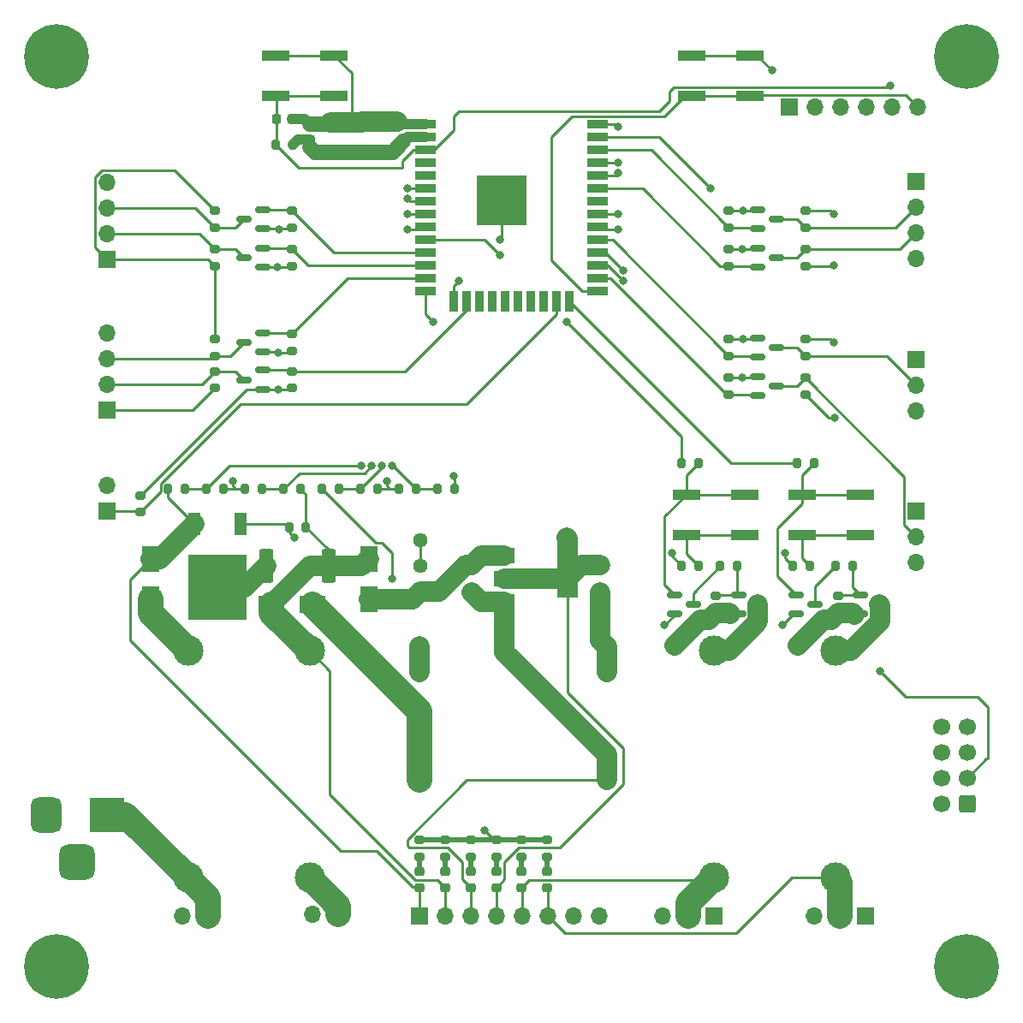
<source format=gtl>
G04 #@! TF.GenerationSoftware,KiCad,Pcbnew,6.0.7-f9a2dced07~116~ubuntu22.04.1*
G04 #@! TF.CreationDate,2022-09-08T14:06:49+01:00*
G04 #@! TF.ProjectId,rLab_Door,724c6162-5f44-46f6-9f72-2e6b69636164,rev?*
G04 #@! TF.SameCoordinates,Original*
G04 #@! TF.FileFunction,Copper,L1,Top*
G04 #@! TF.FilePolarity,Positive*
%FSLAX46Y46*%
G04 Gerber Fmt 4.6, Leading zero omitted, Abs format (unit mm)*
G04 Created by KiCad (PCBNEW 6.0.7-f9a2dced07~116~ubuntu22.04.1) date 2022-09-08 14:06:49*
%MOMM*%
%LPD*%
G01*
G04 APERTURE LIST*
G04 Aperture macros list*
%AMRoundRect*
0 Rectangle with rounded corners*
0 $1 Rounding radius*
0 $2 $3 $4 $5 $6 $7 $8 $9 X,Y pos of 4 corners*
0 Add a 4 corners polygon primitive as box body*
4,1,4,$2,$3,$4,$5,$6,$7,$8,$9,$2,$3,0*
0 Add four circle primitives for the rounded corners*
1,1,$1+$1,$2,$3*
1,1,$1+$1,$4,$5*
1,1,$1+$1,$6,$7*
1,1,$1+$1,$8,$9*
0 Add four rect primitives between the rounded corners*
20,1,$1+$1,$2,$3,$4,$5,0*
20,1,$1+$1,$4,$5,$6,$7,0*
20,1,$1+$1,$6,$7,$8,$9,0*
20,1,$1+$1,$8,$9,$2,$3,0*%
G04 Aperture macros list end*
G04 #@! TA.AperFunction,SMDPad,CuDef*
%ADD10RoundRect,0.200000X-0.200000X-0.275000X0.200000X-0.275000X0.200000X0.275000X-0.200000X0.275000X0*%
G04 #@! TD*
G04 #@! TA.AperFunction,ComponentPad*
%ADD11C,3.000000*%
G04 #@! TD*
G04 #@! TA.AperFunction,SMDPad,CuDef*
%ADD12RoundRect,0.150000X-0.587500X-0.150000X0.587500X-0.150000X0.587500X0.150000X-0.587500X0.150000X0*%
G04 #@! TD*
G04 #@! TA.AperFunction,SMDPad,CuDef*
%ADD13RoundRect,0.200000X-0.275000X0.200000X-0.275000X-0.200000X0.275000X-0.200000X0.275000X0.200000X0*%
G04 #@! TD*
G04 #@! TA.AperFunction,ComponentPad*
%ADD14C,1.440000*%
G04 #@! TD*
G04 #@! TA.AperFunction,SMDPad,CuDef*
%ADD15RoundRect,0.218750X-0.256250X0.218750X-0.256250X-0.218750X0.256250X-0.218750X0.256250X0.218750X0*%
G04 #@! TD*
G04 #@! TA.AperFunction,SMDPad,CuDef*
%ADD16RoundRect,0.200000X0.275000X-0.200000X0.275000X0.200000X-0.275000X0.200000X-0.275000X-0.200000X0*%
G04 #@! TD*
G04 #@! TA.AperFunction,ComponentPad*
%ADD17R,1.700000X1.700000*%
G04 #@! TD*
G04 #@! TA.AperFunction,ComponentPad*
%ADD18O,1.700000X1.700000*%
G04 #@! TD*
G04 #@! TA.AperFunction,SMDPad,CuDef*
%ADD19RoundRect,0.150000X0.587500X0.150000X-0.587500X0.150000X-0.587500X-0.150000X0.587500X-0.150000X0*%
G04 #@! TD*
G04 #@! TA.AperFunction,SMDPad,CuDef*
%ADD20RoundRect,0.250000X0.650000X-0.325000X0.650000X0.325000X-0.650000X0.325000X-0.650000X-0.325000X0*%
G04 #@! TD*
G04 #@! TA.AperFunction,SMDPad,CuDef*
%ADD21R,2.800000X1.000000*%
G04 #@! TD*
G04 #@! TA.AperFunction,ComponentPad*
%ADD22C,0.800000*%
G04 #@! TD*
G04 #@! TA.AperFunction,ComponentPad*
%ADD23C,6.400000*%
G04 #@! TD*
G04 #@! TA.AperFunction,SMDPad,CuDef*
%ADD24RoundRect,0.200000X0.200000X0.275000X-0.200000X0.275000X-0.200000X-0.275000X0.200000X-0.275000X0*%
G04 #@! TD*
G04 #@! TA.AperFunction,SMDPad,CuDef*
%ADD25R,1.800000X2.500000*%
G04 #@! TD*
G04 #@! TA.AperFunction,SMDPad,CuDef*
%ADD26RoundRect,0.250000X0.425000X-0.450000X0.425000X0.450000X-0.425000X0.450000X-0.425000X-0.450000X0*%
G04 #@! TD*
G04 #@! TA.AperFunction,SMDPad,CuDef*
%ADD27RoundRect,0.225000X0.250000X-0.225000X0.250000X0.225000X-0.250000X0.225000X-0.250000X-0.225000X0*%
G04 #@! TD*
G04 #@! TA.AperFunction,SMDPad,CuDef*
%ADD28R,1.200000X2.200000*%
G04 #@! TD*
G04 #@! TA.AperFunction,SMDPad,CuDef*
%ADD29R,5.800000X6.400000*%
G04 #@! TD*
G04 #@! TA.AperFunction,SMDPad,CuDef*
%ADD30R,2.500000X1.800000*%
G04 #@! TD*
G04 #@! TA.AperFunction,SMDPad,CuDef*
%ADD31RoundRect,0.250000X-0.425000X0.450000X-0.425000X-0.450000X0.425000X-0.450000X0.425000X0.450000X0*%
G04 #@! TD*
G04 #@! TA.AperFunction,ComponentPad*
%ADD32C,1.524000*%
G04 #@! TD*
G04 #@! TA.AperFunction,SMDPad,CuDef*
%ADD33R,2.000000X1.500000*%
G04 #@! TD*
G04 #@! TA.AperFunction,SMDPad,CuDef*
%ADD34R,2.000000X3.800000*%
G04 #@! TD*
G04 #@! TA.AperFunction,ComponentPad*
%ADD35R,3.500000X3.500000*%
G04 #@! TD*
G04 #@! TA.AperFunction,ComponentPad*
%ADD36RoundRect,0.750000X-0.750000X-1.000000X0.750000X-1.000000X0.750000X1.000000X-0.750000X1.000000X0*%
G04 #@! TD*
G04 #@! TA.AperFunction,ComponentPad*
%ADD37RoundRect,0.875000X-0.875000X-0.875000X0.875000X-0.875000X0.875000X0.875000X-0.875000X0.875000X0*%
G04 #@! TD*
G04 #@! TA.AperFunction,ComponentPad*
%ADD38RoundRect,0.250000X0.600000X0.600000X-0.600000X0.600000X-0.600000X-0.600000X0.600000X-0.600000X0*%
G04 #@! TD*
G04 #@! TA.AperFunction,ComponentPad*
%ADD39C,1.700000*%
G04 #@! TD*
G04 #@! TA.AperFunction,SMDPad,CuDef*
%ADD40RoundRect,0.249999X-0.450001X-1.425001X0.450001X-1.425001X0.450001X1.425001X-0.450001X1.425001X0*%
G04 #@! TD*
G04 #@! TA.AperFunction,SMDPad,CuDef*
%ADD41R,2.000000X0.900000*%
G04 #@! TD*
G04 #@! TA.AperFunction,SMDPad,CuDef*
%ADD42R,0.900000X2.000000*%
G04 #@! TD*
G04 #@! TA.AperFunction,SMDPad,CuDef*
%ADD43R,5.000000X5.000000*%
G04 #@! TD*
G04 #@! TA.AperFunction,SMDPad,CuDef*
%ADD44RoundRect,0.225000X-0.225000X-0.250000X0.225000X-0.250000X0.225000X0.250000X-0.225000X0.250000X0*%
G04 #@! TD*
G04 #@! TA.AperFunction,ViaPad*
%ADD45C,0.800000*%
G04 #@! TD*
G04 #@! TA.AperFunction,ViaPad*
%ADD46C,1.500000*%
G04 #@! TD*
G04 #@! TA.AperFunction,Conductor*
%ADD47C,0.250000*%
G04 #@! TD*
G04 #@! TA.AperFunction,Conductor*
%ADD48C,2.000000*%
G04 #@! TD*
G04 #@! TA.AperFunction,Conductor*
%ADD49C,0.500000*%
G04 #@! TD*
G04 #@! TA.AperFunction,Conductor*
%ADD50C,1.000000*%
G04 #@! TD*
G04 #@! TA.AperFunction,Conductor*
%ADD51C,1.500000*%
G04 #@! TD*
G04 #@! TA.AperFunction,Conductor*
%ADD52C,2.500000*%
G04 #@! TD*
G04 APERTURE END LIST*
D10*
G04 #@! TO.P,R6,1*
G04 #@! TO.N,ADC_VBATT*
X127445000Y-97790000D03*
G04 #@! TO.P,R6,2*
G04 #@! TO.N,V_BATT*
X129095000Y-97790000D03*
G04 #@! TD*
D11*
G04 #@! TO.P,F3,1*
G04 #@! TO.N,OPEN_1_12*
X170000000Y-136250000D03*
G04 #@! TO.P,F3,2*
G04 #@! TO.N,Net-(F3-Pad2)*
X170000000Y-113750000D03*
G04 #@! TD*
D12*
G04 #@! TO.P,Q1,1,G*
G04 #@! TO.N,+3V3*
X174322500Y-82870000D03*
G04 #@! TO.P,Q1,2,S*
G04 #@! TO.N,NPX_1*
X174322500Y-84770000D03*
G04 #@! TO.P,Q1,3,D*
G04 #@! TO.N,NPX_1_5*
X176197500Y-83820000D03*
G04 #@! TD*
D13*
G04 #@! TO.P,R37,1*
G04 #@! TO.N,+3V3*
X171450000Y-74105000D03*
G04 #@! TO.P,R37,2*
G04 #@! TO.N,SDA_DISP*
X171450000Y-75755000D03*
G04 #@! TD*
D14*
G04 #@! TO.P,RV1,1,1*
G04 #@! TO.N,Net-(R3-Pad2)*
X140970000Y-102860000D03*
G04 #@! TO.P,RV1,2,2*
X140970000Y-105400000D03*
G04 #@! TO.P,RV1,3,3*
G04 #@! TO.N,GND*
X140970000Y-107940000D03*
G04 #@! TD*
D15*
G04 #@! TO.P,D7,1,K*
G04 #@! TO.N,Net-(D7-Pad1)*
X153525844Y-135623629D03*
G04 #@! TO.P,D7,2,A*
G04 #@! TO.N,OPEN_2_12*
X153525844Y-137198629D03*
G04 #@! TD*
D16*
G04 #@! TO.P,R38,1*
G04 #@! TO.N,+5V*
X179070000Y-75755000D03*
G04 #@! TO.P,R38,2*
G04 #@! TO.N,SDA_DISP_5*
X179070000Y-74105000D03*
G04 #@! TD*
G04 #@! TO.P,R1,1*
G04 #@! TO.N,TAMPER*
X113284000Y-100076000D03*
G04 #@! TO.P,R1,2*
G04 #@! TO.N,+3V3*
X113284000Y-98426000D03*
G04 #@! TD*
D17*
G04 #@! TO.P,J11,1,Pin_1*
G04 #@! TO.N,+3V3*
X177460000Y-60000000D03*
D18*
G04 #@! TO.P,J11,2,Pin_2*
G04 #@! TO.N,GND*
X180000000Y-60000000D03*
G04 #@! TO.P,J11,3,Pin_3*
G04 #@! TO.N,TXDO_PROG*
X182540000Y-60000000D03*
G04 #@! TO.P,J11,4,Pin_4*
G04 #@! TO.N,RXDI_PROG*
X185080000Y-60000000D03*
G04 #@! TO.P,J11,5,Pin_5*
G04 #@! TO.N,RESET*
X187620000Y-60000000D03*
G04 #@! TO.P,J11,6,Pin_6*
G04 #@! TO.N,BOOT*
X190160000Y-60000000D03*
G04 #@! TD*
D19*
G04 #@! TO.P,Q9,1,G*
G04 #@! TO.N,+3V3*
X125397500Y-75880000D03*
G04 #@! TO.P,Q9,2,S*
G04 #@! TO.N,RXDI_NFC*
X125397500Y-73980000D03*
G04 #@! TO.P,Q9,3,D*
G04 #@! TO.N,RXDI_NFC_5*
X123522500Y-74930000D03*
G04 #@! TD*
D16*
G04 #@! TO.P,R33,1*
G04 #@! TO.N,+3V3*
X128270000Y-75755000D03*
G04 #@! TO.P,R33,2*
G04 #@! TO.N,RXDI_NFC*
X128270000Y-74105000D03*
G04 #@! TD*
D20*
G04 #@! TO.P,C3,1*
G04 #@! TO.N,+3V3*
X132080000Y-64467000D03*
G04 #@! TO.P,C3,2*
G04 #@! TO.N,GND*
X132080000Y-61517000D03*
G04 #@! TD*
D21*
G04 #@! TO.P,SW1,1,1*
G04 #@! TO.N,GND*
X132440000Y-54896000D03*
X126640000Y-54896000D03*
G04 #@! TO.P,SW1,2,2*
G04 #@! TO.N,RESET*
X132440000Y-58896000D03*
X126640000Y-58896000D03*
G04 #@! TD*
D22*
G04 #@! TO.P,REF\u002A\u002A,1*
G04 #@! TO.N,N/C*
X193302944Y-56697056D03*
X193302944Y-53302944D03*
D23*
X195000000Y-55000000D03*
D22*
X195000000Y-57400000D03*
X195000000Y-52600000D03*
X192600000Y-55000000D03*
X196697056Y-56697056D03*
X197400000Y-55000000D03*
X196697056Y-53302944D03*
G04 #@! TD*
D10*
G04 #@! TO.P,R36,1*
G04 #@! TO.N,OPEN_2*
X178245000Y-95250000D03*
G04 #@! TO.P,R36,2*
G04 #@! TO.N,Net-(Q10-Pad1)*
X179895000Y-95250000D03*
G04 #@! TD*
D17*
G04 #@! TO.P,J13,1,Pin_1*
G04 #@! TO.N,V_IN*
X140840000Y-140000000D03*
D18*
G04 #@! TO.P,J13,2,Pin_2*
G04 #@! TO.N,V_BATT*
X143380000Y-140000000D03*
G04 #@! TO.P,J13,3,Pin_3*
G04 #@! TO.N,+5V*
X145920000Y-140000000D03*
G04 #@! TO.P,J13,4,Pin_4*
G04 #@! TO.N,+3V3*
X148460000Y-140000000D03*
G04 #@! TO.P,J13,5,Pin_5*
G04 #@! TO.N,OPEN_1_12*
X151000000Y-140000000D03*
G04 #@! TO.P,J13,6,Pin_6*
G04 #@! TO.N,OPEN_2_12*
X153540000Y-140000000D03*
G04 #@! TO.P,J13,7,Pin_7*
G04 #@! TO.N,GND*
X156080000Y-140000000D03*
G04 #@! TO.P,J13,8,Pin_8*
X158620000Y-140000000D03*
G04 #@! TD*
D17*
G04 #@! TO.P,J9,1,Pin_1*
G04 #@! TO.N,Net-(F1-Pad2)*
X120000000Y-140000000D03*
D18*
G04 #@! TO.P,J9,2,Pin_2*
G04 #@! TO.N,GND*
X117460000Y-140000000D03*
G04 #@! TD*
D24*
G04 #@! TO.P,R35,1*
G04 #@! TO.N,Net-(Q7-Pad1)*
X183705000Y-105410000D03*
G04 #@! TO.P,R35,2*
G04 #@! TO.N,Net-(Q10-Pad3)*
X182055000Y-105410000D03*
G04 #@! TD*
D17*
G04 #@! TO.P,J1,1,Pin_1*
G04 #@! TO.N,+12V*
X170000000Y-140000000D03*
D18*
G04 #@! TO.P,J1,2,Pin_2*
G04 #@! TO.N,OPEN_1_12*
X167460000Y-140000000D03*
G04 #@! TO.P,J1,3,Pin_3*
G04 #@! TO.N,GND*
X164920000Y-140000000D03*
G04 #@! TD*
D16*
G04 #@! TO.P,R10,1*
G04 #@! TO.N,Net-(D5-Pad1)*
X143384790Y-134175000D03*
G04 #@! TO.P,R10,2*
G04 #@! TO.N,GND*
X143384790Y-132525000D03*
G04 #@! TD*
D24*
G04 #@! TO.P,R3,1*
G04 #@! TO.N,V_BATT*
X129635000Y-101600000D03*
G04 #@! TO.P,R3,2*
G04 #@! TO.N,Net-(R3-Pad2)*
X127985000Y-101600000D03*
G04 #@! TD*
D12*
G04 #@! TO.P,Q11,1,G*
G04 #@! TO.N,+3V3*
X174322500Y-73980000D03*
G04 #@! TO.P,Q11,2,S*
G04 #@! TO.N,SDA_DISP*
X174322500Y-75880000D03*
G04 #@! TO.P,Q11,3,D*
G04 #@! TO.N,SDA_DISP_5*
X176197500Y-74930000D03*
G04 #@! TD*
D16*
G04 #@! TO.P,R34,1*
G04 #@! TO.N,+5V*
X120650000Y-75755000D03*
G04 #@! TO.P,R34,2*
G04 #@! TO.N,RXDI_NFC_5*
X120650000Y-74105000D03*
G04 #@! TD*
D15*
G04 #@! TO.P,D4,1,K*
G04 #@! TO.N,Net-(D4-Pad1)*
X140849527Y-135623629D03*
G04 #@! TO.P,D4,2,A*
G04 #@! TO.N,V_IN*
X140849527Y-137198629D03*
G04 #@! TD*
D25*
G04 #@! TO.P,D1,1,K*
G04 #@! TO.N,V_IN*
X114300000Y-104680000D03*
G04 #@! TO.P,D1,2,A*
G04 #@! TO.N,Net-(D1-Pad2)*
X114300000Y-108680000D03*
G04 #@! TD*
D26*
G04 #@! TO.P,C1,1*
G04 #@! TO.N,+5V*
X146050000Y-108030000D03*
G04 #@! TO.P,C1,2*
G04 #@! TO.N,GND*
X146050000Y-105330000D03*
G04 #@! TD*
D19*
G04 #@! TO.P,Q8,1,G*
G04 #@! TO.N,+3V3*
X125397500Y-72070000D03*
G04 #@! TO.P,Q8,2,S*
G04 #@! TO.N,TXDO_NFC*
X125397500Y-70170000D03*
G04 #@! TO.P,Q8,3,D*
G04 #@! TO.N,TXDO_NFC_5*
X123522500Y-71120000D03*
G04 #@! TD*
D11*
G04 #@! TO.P,F1,1*
G04 #@! TO.N,Net-(D1-Pad2)*
X118000000Y-113750000D03*
G04 #@! TO.P,F1,2*
G04 #@! TO.N,Net-(F1-Pad2)*
X118000000Y-136250000D03*
G04 #@! TD*
D24*
G04 #@! TO.P,R5,1*
G04 #@! TO.N,ADC_VIN*
X117665000Y-97790000D03*
G04 #@! TO.P,R5,2*
G04 #@! TO.N,V_IN*
X116015000Y-97790000D03*
G04 #@! TD*
D27*
G04 #@! TO.P,C4,1*
G04 #@! TO.N,+3V3*
X130048000Y-63259000D03*
G04 #@! TO.P,C4,2*
G04 #@! TO.N,GND*
X130048000Y-61709000D03*
G04 #@! TD*
D10*
G04 #@! TO.P,R25,1*
G04 #@! TO.N,OPEN_1*
X166815000Y-95250000D03*
G04 #@! TO.P,R25,2*
G04 #@! TO.N,Net-(Q4-Pad1)*
X168465000Y-95250000D03*
G04 #@! TD*
D28*
G04 #@! TO.P,U2,1,ADJ*
G04 #@! TO.N,Net-(R3-Pad2)*
X123185000Y-101245000D03*
D29*
G04 #@! TO.P,U2,2,VO*
G04 #@! TO.N,Net-(R2-Pad1)*
X120905000Y-107545000D03*
D28*
G04 #@! TO.P,U2,3,VI*
G04 #@! TO.N,V_IN*
X118625000Y-101245000D03*
G04 #@! TD*
D13*
G04 #@! TO.P,R32,1*
G04 #@! TO.N,+5V*
X120650000Y-70295000D03*
G04 #@! TO.P,R32,2*
G04 #@! TO.N,TXDO_NFC_5*
X120650000Y-71945000D03*
G04 #@! TD*
D16*
G04 #@! TO.P,R30,1*
G04 #@! TO.N,+12V*
X182245000Y-110045000D03*
G04 #@! TO.P,R30,2*
G04 #@! TO.N,Net-(Q7-Pad1)*
X182245000Y-108395000D03*
G04 #@! TD*
D13*
G04 #@! TO.P,R39,1*
G04 #@! TO.N,+3V3*
X171450000Y-70295000D03*
G04 #@! TO.P,R39,2*
G04 #@! TO.N,SCL_DISP*
X171450000Y-71945000D03*
G04 #@! TD*
D10*
G04 #@! TO.P,R15,1*
G04 #@! TO.N,ADC_V5*
X135065000Y-97790000D03*
G04 #@! TO.P,R15,2*
G04 #@! TO.N,GND*
X136715000Y-97790000D03*
G04 #@! TD*
D30*
G04 #@! TO.P,D2,1,K*
G04 #@! TO.N,+12V*
X130270000Y-109220000D03*
G04 #@! TO.P,D2,2,A*
G04 #@! TO.N,V_BATT*
X126270000Y-109220000D03*
G04 #@! TD*
D22*
G04 #@! TO.P,REF\u002A\u002A,1*
G04 #@! TO.N,N/C*
X103302944Y-56697056D03*
X106697056Y-56697056D03*
X102600000Y-55000000D03*
D23*
X105000000Y-55000000D03*
D22*
X105000000Y-57400000D03*
X103302944Y-53302944D03*
X107400000Y-55000000D03*
X106697056Y-53302944D03*
X105000000Y-52600000D03*
G04 #@! TD*
D17*
G04 #@! TO.P,J3,1,Pin_1*
G04 #@! TO.N,+5V*
X190000000Y-85000000D03*
D18*
G04 #@! TO.P,J3,2,Pin_2*
G04 #@! TO.N,NPX_1_5*
X190000000Y-87540000D03*
G04 #@! TO.P,J3,3,Pin_3*
G04 #@! TO.N,GND*
X190000000Y-90080000D03*
G04 #@! TD*
D16*
G04 #@! TO.P,R31,1*
G04 #@! TO.N,+3V3*
X128270000Y-71945000D03*
G04 #@! TO.P,R31,2*
G04 #@! TO.N,TXDO_NFC*
X128270000Y-70295000D03*
G04 #@! TD*
D10*
G04 #@! TO.P,R4,1*
G04 #@! TO.N,RESET*
X126683000Y-63754000D03*
G04 #@! TO.P,R4,2*
G04 #@! TO.N,+3V3*
X128333000Y-63754000D03*
G04 #@! TD*
D19*
G04 #@! TO.P,Q6,1,G*
G04 #@! TO.N,+3V3*
X125397500Y-87945000D03*
G04 #@! TO.P,Q6,2,S*
G04 #@! TO.N,WG_D1*
X125397500Y-86045000D03*
G04 #@! TO.P,Q6,3,D*
G04 #@! TO.N,WG_D1_5*
X123522500Y-86995000D03*
G04 #@! TD*
D21*
G04 #@! TO.P,SW2,1,1*
G04 #@! TO.N,GND*
X173588000Y-54896000D03*
X167788000Y-54896000D03*
G04 #@! TO.P,SW2,2,2*
G04 #@! TO.N,BOOT*
X173588000Y-58896000D03*
X167788000Y-58896000D03*
G04 #@! TD*
D15*
G04 #@! TO.P,D8,1,K*
G04 #@! TO.N,Net-(D8-Pad1)*
X145920053Y-135623629D03*
G04 #@! TO.P,D8,2,A*
G04 #@! TO.N,+5V*
X145920053Y-137198629D03*
G04 #@! TD*
D13*
G04 #@! TO.P,R27,1*
G04 #@! TO.N,+5V*
X120650000Y-82995000D03*
G04 #@! TO.P,R27,2*
G04 #@! TO.N,WG_D0_5*
X120650000Y-84645000D03*
G04 #@! TD*
D17*
G04 #@! TO.P,J5,1,Pin_1*
G04 #@! TO.N,+5V*
X110000000Y-90000000D03*
D18*
G04 #@! TO.P,J5,2,Pin_2*
G04 #@! TO.N,WG_D1_5*
X110000000Y-87460000D03*
G04 #@! TO.P,J5,3,Pin_3*
G04 #@! TO.N,WG_D0_5*
X110000000Y-84920000D03*
G04 #@! TO.P,J5,4,Pin_4*
G04 #@! TO.N,GND*
X110000000Y-82380000D03*
G04 #@! TD*
D11*
G04 #@! TO.P,F4,1*
G04 #@! TO.N,OPEN_2_12*
X182000000Y-136250000D03*
G04 #@! TO.P,F4,2*
G04 #@! TO.N,Net-(F4-Pad2)*
X182000000Y-113750000D03*
G04 #@! TD*
D12*
G04 #@! TO.P,Q10,1,B*
G04 #@! TO.N,Net-(Q10-Pad1)*
X178132500Y-108270000D03*
G04 #@! TO.P,Q10,2,E*
G04 #@! TO.N,GND*
X178132500Y-110170000D03*
G04 #@! TO.P,Q10,3,C*
G04 #@! TO.N,Net-(Q10-Pad3)*
X180007500Y-109220000D03*
G04 #@! TD*
D15*
G04 #@! TO.P,D5,1,K*
G04 #@! TO.N,Net-(D5-Pad1)*
X143384790Y-135623629D03*
G04 #@! TO.P,D5,2,A*
G04 #@! TO.N,V_BATT*
X143384790Y-137198629D03*
G04 #@! TD*
D16*
G04 #@! TO.P,R19,1*
G04 #@! TO.N,+12V*
X170180000Y-110045000D03*
G04 #@! TO.P,R19,2*
G04 #@! TO.N,Net-(Q3-Pad1)*
X170180000Y-108395000D03*
G04 #@! TD*
D10*
G04 #@! TO.P,R7,1*
G04 #@! TO.N,ADC_VIN*
X119825000Y-97790000D03*
G04 #@! TO.P,R7,2*
G04 #@! TO.N,GND*
X121475000Y-97790000D03*
G04 #@! TD*
D25*
G04 #@! TO.P,D3,1,K*
G04 #@! TO.N,V_BATT*
X135890000Y-104680000D03*
G04 #@! TO.P,D3,2,A*
G04 #@! TO.N,GND*
X135890000Y-108680000D03*
G04 #@! TD*
D11*
G04 #@! TO.P,F2,1*
G04 #@! TO.N,V_BATT*
X130000000Y-113750000D03*
G04 #@! TO.P,F2,2*
G04 #@! TO.N,Net-(F2-Pad2)*
X130000000Y-136250000D03*
G04 #@! TD*
D24*
G04 #@! TO.P,R41,1*
G04 #@! TO.N,Net-(R41-Pad1)*
X168465000Y-105410000D03*
G04 #@! TO.P,R41,2*
G04 #@! TO.N,+3V3*
X166815000Y-105410000D03*
G04 #@! TD*
D12*
G04 #@! TO.P,Q7,1,G*
G04 #@! TO.N,Net-(Q7-Pad1)*
X184482500Y-108270000D03*
G04 #@! TO.P,Q7,2,S*
G04 #@! TO.N,+12V*
X184482500Y-110170000D03*
G04 #@! TO.P,Q7,3,D*
G04 #@! TO.N,Net-(F4-Pad2)*
X186357500Y-109220000D03*
G04 #@! TD*
G04 #@! TO.P,Q4,1,B*
G04 #@! TO.N,Net-(Q4-Pad1)*
X166067500Y-108270000D03*
G04 #@! TO.P,Q4,2,E*
G04 #@! TO.N,GND*
X166067500Y-110170000D03*
G04 #@! TO.P,Q4,3,C*
G04 #@! TO.N,Net-(Q4-Pad3)*
X167942500Y-109220000D03*
G04 #@! TD*
D31*
G04 #@! TO.P,C2,1*
G04 #@! TO.N,+3V3*
X158750000Y-105330000D03*
G04 #@! TO.P,C2,2*
G04 #@! TO.N,GND*
X158750000Y-108030000D03*
G04 #@! TD*
D16*
G04 #@! TO.P,R29,1*
G04 #@! TO.N,+5V*
X120650000Y-87820000D03*
G04 #@! TO.P,R29,2*
G04 #@! TO.N,WG_D1_5*
X120650000Y-86170000D03*
G04 #@! TD*
D17*
G04 #@! TO.P,J8,1,Pin_1*
G04 #@! TO.N,TAMPER*
X110000000Y-100000000D03*
D18*
G04 #@! TO.P,J8,2,Pin_2*
G04 #@! TO.N,GND*
X110000000Y-97460000D03*
G04 #@! TD*
D24*
G04 #@! TO.P,R24,1*
G04 #@! TO.N,Net-(Q3-Pad1)*
X172275000Y-105410000D03*
G04 #@! TO.P,R24,2*
G04 #@! TO.N,Net-(Q4-Pad3)*
X170625000Y-105410000D03*
G04 #@! TD*
D17*
G04 #@! TO.P,J7,1,Pin_1*
G04 #@! TO.N,+5V*
X190000000Y-67380000D03*
D18*
G04 #@! TO.P,J7,2,Pin_2*
G04 #@! TO.N,SCL_DISP_5*
X190000000Y-69920000D03*
G04 #@! TO.P,J7,3,Pin_3*
G04 #@! TO.N,SDA_DISP_5*
X190000000Y-72460000D03*
G04 #@! TO.P,J7,4,Pin_4*
G04 #@! TO.N,GND*
X190000000Y-75000000D03*
G04 #@! TD*
D17*
G04 #@! TO.P,J2,1,Pin_1*
G04 #@! TO.N,+12V*
X185000000Y-140000000D03*
D18*
G04 #@! TO.P,J2,2,Pin_2*
G04 #@! TO.N,OPEN_2_12*
X182460000Y-140000000D03*
G04 #@! TO.P,J2,3,Pin_3*
G04 #@! TO.N,GND*
X179920000Y-140000000D03*
G04 #@! TD*
D32*
G04 #@! TO.P,U1,1,IN+*
G04 #@! TO.N,+12V*
X140856000Y-124064000D03*
X140856000Y-126604000D03*
G04 #@! TO.P,U1,2,IN-*
G04 #@! TO.N,GND*
X140856000Y-115936000D03*
X140856000Y-113396000D03*
G04 #@! TO.P,U1,3,OUT+*
G04 #@! TO.N,+5V*
X159398000Y-126604000D03*
X159398000Y-124064000D03*
G04 #@! TO.P,U1,4,OUT-*
G04 #@! TO.N,GND*
X159398000Y-113396000D03*
X159398000Y-115936000D03*
G04 #@! TD*
D13*
G04 #@! TO.P,R20,1*
G04 #@! TO.N,+3V3*
X171450000Y-82995000D03*
G04 #@! TO.P,R20,2*
G04 #@! TO.N,NPX_1*
X171450000Y-84645000D03*
G04 #@! TD*
D17*
G04 #@! TO.P,J6,1,Pin_1*
G04 #@! TO.N,+5V*
X110000000Y-75080000D03*
D18*
G04 #@! TO.P,J6,2,Pin_2*
G04 #@! TO.N,RXDI_NFC_5*
X110000000Y-72540000D03*
G04 #@! TO.P,J6,3,Pin_3*
G04 #@! TO.N,TXDO_NFC_5*
X110000000Y-70000000D03*
G04 #@! TO.P,J6,4,Pin_4*
G04 #@! TO.N,GND*
X110000000Y-67460000D03*
G04 #@! TD*
D33*
G04 #@! TO.P,U3,1,GND*
G04 #@! TO.N,GND*
X149250000Y-104380000D03*
G04 #@! TO.P,U3,2,VO*
G04 #@! TO.N,+3V3*
X149250000Y-106680000D03*
D34*
X155550000Y-106680000D03*
D33*
G04 #@! TO.P,U3,3,VI*
G04 #@! TO.N,+5V*
X149250000Y-108980000D03*
G04 #@! TD*
D16*
G04 #@! TO.P,R12,1*
G04 #@! TO.N,Net-(D7-Pad1)*
X153525844Y-134175000D03*
G04 #@! TO.P,R12,2*
G04 #@! TO.N,GND*
X153525844Y-132525000D03*
G04 #@! TD*
D24*
G04 #@! TO.P,R9,1*
G04 #@! TO.N,ADC_VBATT*
X125285000Y-97790000D03*
G04 #@! TO.P,R9,2*
G04 #@! TO.N,GND*
X123635000Y-97790000D03*
G04 #@! TD*
D19*
G04 #@! TO.P,Q5,1,G*
G04 #@! TO.N,+3V3*
X125397500Y-84262000D03*
G04 #@! TO.P,Q5,2,S*
G04 #@! TO.N,WG_D0*
X125397500Y-82362000D03*
G04 #@! TO.P,Q5,3,D*
G04 #@! TO.N,WG_D0_5*
X123522500Y-83312000D03*
G04 #@! TD*
D13*
G04 #@! TO.P,R40,1*
G04 #@! TO.N,+5V*
X179070000Y-70295000D03*
G04 #@! TO.P,R40,2*
G04 #@! TO.N,SCL_DISP_5*
X179070000Y-71945000D03*
G04 #@! TD*
D22*
G04 #@! TO.P,REF\u002A\u002A,1*
G04 #@! TO.N,N/C*
X195000000Y-142600000D03*
X192600000Y-145000000D03*
X193302944Y-146697056D03*
X196697056Y-146697056D03*
X197400000Y-145000000D03*
X195000000Y-147400000D03*
X196697056Y-143302944D03*
D23*
X195000000Y-145000000D03*
D22*
X193302944Y-143302944D03*
G04 #@! TD*
D12*
G04 #@! TO.P,Q3,1,G*
G04 #@! TO.N,Net-(Q3-Pad1)*
X172417500Y-108270000D03*
G04 #@! TO.P,Q3,2,S*
G04 #@! TO.N,+12V*
X172417500Y-110170000D03*
G04 #@! TO.P,Q3,3,D*
G04 #@! TO.N,Net-(F3-Pad2)*
X174292500Y-109220000D03*
G04 #@! TD*
D35*
G04 #@! TO.P,J14,1*
G04 #@! TO.N,Net-(F1-Pad2)*
X110000000Y-130000000D03*
D36*
G04 #@! TO.P,J14,2*
G04 #@! TO.N,GND*
X104000000Y-130000000D03*
D37*
G04 #@! TO.P,J14,3*
G04 #@! TO.N,N/C*
X107000000Y-134700000D03*
G04 #@! TD*
D16*
G04 #@! TO.P,R26,1*
G04 #@! TO.N,+3V3*
X128270000Y-84137000D03*
G04 #@! TO.P,R26,2*
G04 #@! TO.N,WG_D0*
X128270000Y-82487000D03*
G04 #@! TD*
D17*
G04 #@! TO.P,J4,1,Pin_1*
G04 #@! TO.N,+5V*
X190000000Y-100000000D03*
D18*
G04 #@! TO.P,J4,2,Pin_2*
G04 #@! TO.N,NPX_2_5*
X190000000Y-102540000D03*
G04 #@! TO.P,J4,3,Pin_3*
G04 #@! TO.N,GND*
X190000000Y-105080000D03*
G04 #@! TD*
D15*
G04 #@! TO.P,D9,1,K*
G04 #@! TO.N,Net-(D9-Pad1)*
X148455316Y-135623629D03*
G04 #@! TO.P,D9,2,A*
G04 #@! TO.N,+3V3*
X148455316Y-137198629D03*
G04 #@! TD*
D16*
G04 #@! TO.P,R8,1*
G04 #@! TO.N,Net-(D4-Pad1)*
X140849527Y-134175000D03*
G04 #@! TO.P,R8,2*
G04 #@! TO.N,GND*
X140849527Y-132525000D03*
G04 #@! TD*
G04 #@! TO.P,R28,1*
G04 #@! TO.N,+3V3*
X128270000Y-87820000D03*
G04 #@! TO.P,R28,2*
G04 #@! TO.N,WG_D1*
X128270000Y-86170000D03*
G04 #@! TD*
D10*
G04 #@! TO.P,R14,1*
G04 #@! TO.N,ADC_V3*
X142685000Y-97790000D03*
G04 #@! TO.P,R14,2*
G04 #@! TO.N,+3V3*
X144335000Y-97790000D03*
G04 #@! TD*
D16*
G04 #@! TO.P,R16,1*
G04 #@! TO.N,Net-(D8-Pad1)*
X145920053Y-134175000D03*
G04 #@! TO.P,R16,2*
G04 #@! TO.N,GND*
X145920053Y-132525000D03*
G04 #@! TD*
D24*
G04 #@! TO.P,R42,1*
G04 #@! TO.N,Net-(R42-Pad1)*
X179450000Y-105410000D03*
G04 #@! TO.P,R42,2*
G04 #@! TO.N,+3V3*
X177800000Y-105410000D03*
G04 #@! TD*
D38*
G04 #@! TO.P,J12,1,Pin_1*
G04 #@! TO.N,GND*
X195062500Y-128905000D03*
D39*
G04 #@! TO.P,J12,2,Pin_2*
G04 #@! TO.N,+5V*
X192522500Y-128905000D03*
G04 #@! TO.P,J12,3,Pin_3*
G04 #@! TO.N,PI_POWERED*
X195062500Y-126365000D03*
G04 #@! TO.P,J12,4,Pin_4*
G04 #@! TO.N,PI_HEARTBEAT*
X192522500Y-126365000D03*
G04 #@! TO.P,J12,5,Pin_5*
G04 #@! TO.N,PI_OPEN_CMD_1*
X195062500Y-123825000D03*
G04 #@! TO.P,J12,6,Pin_6*
G04 #@! TO.N,PI_OPEN_CMD_2*
X192522500Y-123825000D03*
G04 #@! TO.P,J12,7,Pin_7*
G04 #@! TO.N,RXDI_PI*
X195062500Y-121285000D03*
G04 #@! TO.P,J12,8,Pin_8*
G04 #@! TO.N,TXDO_PI*
X192522500Y-121285000D03*
G04 #@! TD*
D24*
G04 #@! TO.P,R13,1*
G04 #@! TO.N,ADC_V5*
X132905000Y-97790000D03*
G04 #@! TO.P,R13,2*
G04 #@! TO.N,+5V*
X131255000Y-97790000D03*
G04 #@! TD*
D21*
G04 #@! TO.P,SW3,1,1*
G04 #@! TO.N,Net-(Q4-Pad1)*
X173080000Y-98330000D03*
X167280000Y-98330000D03*
G04 #@! TO.P,SW3,2,2*
G04 #@! TO.N,Net-(R41-Pad1)*
X173080000Y-102330000D03*
X167280000Y-102330000D03*
G04 #@! TD*
D24*
G04 #@! TO.P,R17,1*
G04 #@! TO.N,ADC_V3*
X140525000Y-97790000D03*
G04 #@! TO.P,R17,2*
G04 #@! TO.N,GND*
X138875000Y-97790000D03*
G04 #@! TD*
D40*
G04 #@! TO.P,R2,1*
G04 #@! TO.N,Net-(R2-Pad1)*
X125760000Y-105410000D03*
G04 #@! TO.P,R2,2*
G04 #@! TO.N,V_BATT*
X131860000Y-105410000D03*
G04 #@! TD*
D16*
G04 #@! TO.P,R23,1*
G04 #@! TO.N,+5V*
X179070000Y-88455000D03*
G04 #@! TO.P,R23,2*
G04 #@! TO.N,NPX_2_5*
X179070000Y-86805000D03*
G04 #@! TD*
D21*
G04 #@! TO.P,SW4,1,1*
G04 #@! TO.N,Net-(Q10-Pad1)*
X178710000Y-98330000D03*
X184510000Y-98330000D03*
G04 #@! TO.P,SW4,2,2*
G04 #@! TO.N,Net-(R42-Pad1)*
X178710000Y-102330000D03*
X184510000Y-102330000D03*
G04 #@! TD*
D16*
G04 #@! TO.P,R18,1*
G04 #@! TO.N,Net-(D9-Pad1)*
X148455316Y-134175000D03*
G04 #@! TO.P,R18,2*
G04 #@! TO.N,GND*
X148455316Y-132525000D03*
G04 #@! TD*
D12*
G04 #@! TO.P,Q2,1,G*
G04 #@! TO.N,+3V3*
X174322500Y-86680000D03*
G04 #@! TO.P,Q2,2,S*
G04 #@! TO.N,NPX_2*
X174322500Y-88580000D03*
G04 #@! TO.P,Q2,3,D*
G04 #@! TO.N,NPX_2_5*
X176197500Y-87630000D03*
G04 #@! TD*
D15*
G04 #@! TO.P,D6,1,K*
G04 #@! TO.N,Net-(D6-Pad1)*
X150990579Y-135623629D03*
G04 #@! TO.P,D6,2,A*
G04 #@! TO.N,OPEN_1_12*
X150990579Y-137198629D03*
G04 #@! TD*
D41*
G04 #@! TO.P,U4,1,GND*
G04 #@! TO.N,GND*
X141500000Y-61745000D03*
G04 #@! TO.P,U4,2,VDD*
G04 #@! TO.N,+3V3*
X141500000Y-63015000D03*
G04 #@! TO.P,U4,3,EN*
G04 #@! TO.N,RESET*
X141500000Y-64285000D03*
G04 #@! TO.P,U4,4,SENSOR_VP*
G04 #@! TO.N,unconnected-(U4-Pad4)*
X141500000Y-65555000D03*
G04 #@! TO.P,U4,5,SENSOR_VN*
G04 #@! TO.N,unconnected-(U4-Pad5)*
X141500000Y-66825000D03*
G04 #@! TO.P,U4,6,IO34*
G04 #@! TO.N,ADC_VIN*
X141500000Y-68095000D03*
G04 #@! TO.P,U4,7,IO35*
G04 #@! TO.N,ADC_VBATT*
X141500000Y-69365000D03*
G04 #@! TO.P,U4,8,IO32*
G04 #@! TO.N,ADC_V5*
X141500000Y-70635000D03*
G04 #@! TO.P,U4,9,IO33*
G04 #@! TO.N,ADC_V3*
X141500000Y-71905000D03*
G04 #@! TO.P,U4,10,IO25*
G04 #@! TO.N,PI_OPEN_CMD_2*
X141500000Y-73175000D03*
G04 #@! TO.P,U4,11,IO26*
G04 #@! TO.N,TXDO_NFC*
X141500000Y-74445000D03*
G04 #@! TO.P,U4,12,IO27*
G04 #@! TO.N,RXDI_NFC*
X141500000Y-75715000D03*
G04 #@! TO.P,U4,13,IO14*
G04 #@! TO.N,WG_D0*
X141500000Y-76985000D03*
G04 #@! TO.P,U4,14,IO12*
G04 #@! TO.N,OPEN_1*
X141500000Y-78255000D03*
D42*
G04 #@! TO.P,U4,15,GND*
G04 #@! TO.N,GND*
X144285000Y-79255000D03*
G04 #@! TO.P,U4,16,IO13*
G04 #@! TO.N,WG_D1*
X145555000Y-79255000D03*
G04 #@! TO.P,U4,17,SHD/SD2*
G04 #@! TO.N,unconnected-(U4-Pad17)*
X146825000Y-79255000D03*
G04 #@! TO.P,U4,18,SWP/SD3*
G04 #@! TO.N,unconnected-(U4-Pad18)*
X148095000Y-79255000D03*
G04 #@! TO.P,U4,19,SCS/CMD*
G04 #@! TO.N,unconnected-(U4-Pad19)*
X149365000Y-79255000D03*
G04 #@! TO.P,U4,20,SCK/CLK*
G04 #@! TO.N,unconnected-(U4-Pad20)*
X150635000Y-79255000D03*
G04 #@! TO.P,U4,21,SDO/SD0*
G04 #@! TO.N,unconnected-(U4-Pad21)*
X151905000Y-79255000D03*
G04 #@! TO.P,U4,22,SDI/SD1*
G04 #@! TO.N,unconnected-(U4-Pad22)*
X153175000Y-79255000D03*
G04 #@! TO.P,U4,23,IO15*
G04 #@! TO.N,TAMPER*
X154445000Y-79255000D03*
G04 #@! TO.P,U4,24,IO2*
G04 #@! TO.N,OPEN_2*
X155715000Y-79255000D03*
D41*
G04 #@! TO.P,U4,25,IO0*
G04 #@! TO.N,BOOT*
X158500000Y-78255000D03*
G04 #@! TO.P,U4,26,IO4*
G04 #@! TO.N,NPX_2*
X158500000Y-76985000D03*
G04 #@! TO.P,U4,27,IO16*
G04 #@! TO.N,PI_HEARTBEAT*
X158500000Y-75715000D03*
G04 #@! TO.P,U4,28,IO17*
G04 #@! TO.N,PI_POWERED*
X158500000Y-74445000D03*
G04 #@! TO.P,U4,29,IO5*
G04 #@! TO.N,NPX_1*
X158500000Y-73175000D03*
G04 #@! TO.P,U4,30,IO18*
G04 #@! TO.N,TXDO_PI*
X158500000Y-71905000D03*
G04 #@! TO.P,U4,31,IO19*
G04 #@! TO.N,RXDI_PI*
X158500000Y-70635000D03*
G04 #@! TO.P,U4,32,NC*
G04 #@! TO.N,unconnected-(U4-Pad32)*
X158500000Y-69365000D03*
G04 #@! TO.P,U4,33,IO21*
G04 #@! TO.N,SDA_DISP*
X158500000Y-68095000D03*
G04 #@! TO.P,U4,34,RXD0/IO3*
G04 #@! TO.N,RXDI_PROG*
X158500000Y-66825000D03*
G04 #@! TO.P,U4,35,TXD0/IO1*
G04 #@! TO.N,TXDO_PROG*
X158500000Y-65555000D03*
G04 #@! TO.P,U4,36,IO22*
G04 #@! TO.N,SCL_DISP*
X158500000Y-64285000D03*
G04 #@! TO.P,U4,37,IO23*
G04 #@! TO.N,PI_OPEN_CMD_1*
X158500000Y-63015000D03*
G04 #@! TO.P,U4,38,GND*
G04 #@! TO.N,GND*
X158500000Y-61745000D03*
D43*
G04 #@! TO.P,U4,39,GND*
X149000000Y-69245000D03*
G04 #@! TD*
D12*
G04 #@! TO.P,Q12,1,G*
G04 #@! TO.N,+3V3*
X174322500Y-70170000D03*
G04 #@! TO.P,Q12,2,S*
G04 #@! TO.N,SCL_DISP*
X174322500Y-72070000D03*
G04 #@! TO.P,Q12,3,D*
G04 #@! TO.N,SCL_DISP_5*
X176197500Y-71120000D03*
G04 #@! TD*
D22*
G04 #@! TO.P,REF\u002A\u002A,1*
G04 #@! TO.N,N/C*
X103302944Y-146697056D03*
X105000000Y-147400000D03*
X107400000Y-145000000D03*
D23*
X105000000Y-145000000D03*
D22*
X106697056Y-146697056D03*
X106697056Y-143302944D03*
X105000000Y-142600000D03*
X103302944Y-143302944D03*
X102600000Y-145000000D03*
G04 #@! TD*
D16*
G04 #@! TO.P,R11,1*
G04 #@! TO.N,Net-(D6-Pad1)*
X150990579Y-134175000D03*
G04 #@! TO.P,R11,2*
G04 #@! TO.N,GND*
X150990579Y-132525000D03*
G04 #@! TD*
D13*
G04 #@! TO.P,R22,1*
G04 #@! TO.N,+3V3*
X171450000Y-86805000D03*
G04 #@! TO.P,R22,2*
G04 #@! TO.N,NPX_2*
X171450000Y-88455000D03*
G04 #@! TD*
G04 #@! TO.P,R21,1*
G04 #@! TO.N,+5V*
X179070000Y-82995000D03*
G04 #@! TO.P,R21,2*
G04 #@! TO.N,NPX_1_5*
X179070000Y-84645000D03*
G04 #@! TD*
D17*
G04 #@! TO.P,J10,1,Pin_1*
G04 #@! TO.N,Net-(F2-Pad2)*
X132847000Y-139897000D03*
D18*
G04 #@! TO.P,J10,2,Pin_2*
G04 #@! TO.N,GND*
X130307000Y-139897000D03*
G04 #@! TD*
D44*
G04 #@! TO.P,C5,1*
G04 #@! TO.N,RESET*
X126733000Y-61214000D03*
G04 #@! TO.P,C5,2*
G04 #@! TO.N,GND*
X128283000Y-61214000D03*
G04 #@! TD*
D45*
G04 #@! TO.N,+5V*
X181980212Y-90739810D03*
X181864000Y-75692000D03*
X181864000Y-83312000D03*
X138176000Y-106680000D03*
X181864000Y-70612000D03*
G04 #@! TO.N,GND*
X137668000Y-97028000D03*
X148844000Y-73152000D03*
D46*
X135128000Y-61468000D03*
D45*
X160528000Y-61976000D03*
X147320000Y-131572000D03*
X176784000Y-111252000D03*
X122428000Y-97028000D03*
X175768000Y-56388000D03*
X144780000Y-77216000D03*
X165100000Y-111252000D03*
G04 #@! TO.N,+3V3*
X172783000Y-86805000D03*
X172911000Y-82995000D03*
X126939000Y-87945000D03*
X144272000Y-96520000D03*
X126812000Y-75880000D03*
X172783000Y-74105000D03*
D46*
X135685000Y-64467000D03*
D45*
X165824500Y-104140000D03*
X126934000Y-84328000D03*
X127000000Y-72136000D03*
D46*
X155448000Y-102616000D03*
D45*
X177000500Y-104140000D03*
X172911000Y-70295000D03*
G04 #@! TO.N,RESET*
X187452000Y-57912000D03*
D46*
G04 #@! TO.N,+12V*
X178308000Y-113284000D03*
X166116000Y-113284000D03*
D45*
G04 #@! TO.N,TXDO_PROG*
X160528000Y-65532000D03*
G04 #@! TO.N,RXDI_PROG*
X160528000Y-66548000D03*
G04 #@! TO.N,PI_POWERED*
X186436000Y-115824000D03*
X161040299Y-76195701D03*
G04 #@! TO.N,PI_HEARTBEAT*
X161036000Y-77216000D03*
G04 #@! TO.N,PI_OPEN_CMD_1*
X169672000Y-68072000D03*
G04 #@! TO.N,PI_OPEN_CMD_2*
X148844000Y-74676000D03*
G04 #@! TO.N,RXDI_PI*
X160528000Y-70612000D03*
G04 #@! TO.N,TXDO_PI*
X160528000Y-72136000D03*
G04 #@! TO.N,Net-(R3-Pad2)*
X128524000Y-102616000D03*
G04 #@! TO.N,ADC_VIN*
X135128000Y-95504000D03*
X139700000Y-68072000D03*
G04 #@! TO.N,ADC_VBATT*
X136144000Y-95504000D03*
X139704299Y-69092299D03*
G04 #@! TO.N,ADC_V5*
X137160000Y-95504000D03*
X139700000Y-70612000D03*
G04 #@! TO.N,ADC_V3*
X139700000Y-72136000D03*
X138176000Y-95504000D03*
G04 #@! TO.N,OPEN_1*
X142240000Y-81280000D03*
X155448000Y-81280000D03*
G04 #@! TD*
D47*
G04 #@! TO.N,+5V*
X179070000Y-88455000D02*
X181354810Y-90739810D01*
X139700000Y-132457065D02*
X139700000Y-133096000D01*
X110000000Y-75080000D02*
X108825000Y-73905000D01*
X138176000Y-104166000D02*
X138176000Y-106680000D01*
X108825000Y-66943000D02*
X109483000Y-66285000D01*
X181547000Y-82995000D02*
X181864000Y-83312000D01*
X139700000Y-133096000D02*
X139854000Y-133250000D01*
X179070000Y-75755000D02*
X181801000Y-75755000D01*
D48*
X159398000Y-124064000D02*
X159398000Y-126604000D01*
D47*
X118470000Y-90000000D02*
X120650000Y-87820000D01*
D48*
X149250000Y-113916000D02*
X159398000Y-124064000D01*
X146050000Y-108030000D02*
X147000000Y-108980000D01*
D47*
X108825000Y-73905000D02*
X108825000Y-66943000D01*
X110000000Y-75080000D02*
X119975000Y-75080000D01*
X145553065Y-126604000D02*
X139700000Y-132457065D01*
D48*
X149250000Y-108980000D02*
X149250000Y-113916000D01*
D47*
X179070000Y-82995000D02*
X181547000Y-82995000D01*
X145120053Y-134692801D02*
X145120053Y-136398629D01*
X136570000Y-103105000D02*
X137115000Y-103105000D01*
X139854000Y-133250000D02*
X143677252Y-133250000D01*
X181801000Y-75755000D02*
X181864000Y-75692000D01*
X119975000Y-75080000D02*
X120650000Y-75755000D01*
X145920053Y-137198629D02*
X145920000Y-137198682D01*
X116640000Y-66285000D02*
X120650000Y-70295000D01*
X137115000Y-103105000D02*
X138176000Y-104166000D01*
X159398000Y-126604000D02*
X145553065Y-126604000D01*
X181547000Y-70295000D02*
X181864000Y-70612000D01*
X179070000Y-70295000D02*
X181547000Y-70295000D01*
D48*
X147000000Y-108980000D02*
X149250000Y-108980000D01*
D47*
X145120053Y-136398629D02*
X145920053Y-137198629D01*
X131255000Y-97790000D02*
X136570000Y-103105000D01*
X143677252Y-133250000D02*
X145120053Y-134692801D01*
X181354810Y-90739810D02*
X181980212Y-90739810D01*
X110000000Y-90000000D02*
X118470000Y-90000000D01*
X145920000Y-137198682D02*
X145920000Y-140000000D01*
X120650000Y-75755000D02*
X120650000Y-82995000D01*
X109483000Y-66285000D02*
X116640000Y-66285000D01*
G04 #@! TO.N,GND*
X149000000Y-72996000D02*
X148844000Y-73152000D01*
X177866000Y-110170000D02*
X176784000Y-111252000D01*
X137668000Y-97536000D02*
X137668000Y-97028000D01*
X121475000Y-97790000D02*
X122682000Y-97790000D01*
X144285000Y-77711000D02*
X144780000Y-77216000D01*
X137922000Y-97790000D02*
X137668000Y-97536000D01*
X148455316Y-132525000D02*
X148273000Y-132525000D01*
D48*
X132080000Y-61517000D02*
X135079000Y-61517000D01*
D47*
X178132500Y-110170000D02*
X177866000Y-110170000D01*
D49*
X143384790Y-132525000D02*
X145920053Y-132525000D01*
D50*
X128283000Y-61214000D02*
X129553000Y-61214000D01*
D47*
X166067500Y-110170000D02*
X166067500Y-110284500D01*
X136715000Y-97790000D02*
X137922000Y-97790000D01*
X134165000Y-60505000D02*
X135128000Y-61468000D01*
D49*
X140849527Y-132525000D02*
X143384790Y-132525000D01*
D47*
X173588000Y-54896000D02*
X167788000Y-54896000D01*
D51*
X130048000Y-61709000D02*
X131888000Y-61709000D01*
D47*
X122682000Y-97790000D02*
X123635000Y-97790000D01*
D50*
X129553000Y-61214000D02*
X130048000Y-61709000D01*
D47*
X134165000Y-56621000D02*
X134165000Y-60505000D01*
D50*
X141500000Y-61745000D02*
X138961000Y-61745000D01*
D48*
X145475000Y-105330000D02*
X146050000Y-105330000D01*
D47*
X132440000Y-54896000D02*
X134165000Y-56621000D01*
D49*
X150990579Y-132525000D02*
X153525844Y-132525000D01*
D47*
X175768000Y-56388000D02*
X174276000Y-54896000D01*
X132440000Y-54896000D02*
X126640000Y-54896000D01*
X122682000Y-97790000D02*
X122428000Y-97536000D01*
D49*
X148455316Y-132525000D02*
X150990579Y-132525000D01*
D48*
X135890000Y-108680000D02*
X135939001Y-108729001D01*
X135079000Y-61517000D02*
X135128000Y-61468000D01*
D47*
X160297000Y-61745000D02*
X160528000Y-61976000D01*
D50*
X138961000Y-61745000D02*
X138684000Y-61468000D01*
D47*
X122428000Y-97536000D02*
X122428000Y-97028000D01*
D48*
X140970000Y-107940000D02*
X142865000Y-107940000D01*
D47*
X148273000Y-132525000D02*
X147320000Y-131572000D01*
X149000000Y-69245000D02*
X149000000Y-72996000D01*
D48*
X147000000Y-104380000D02*
X149250000Y-104380000D01*
X135939001Y-108729001D02*
X140180999Y-108729001D01*
X135128000Y-61468000D02*
X138684000Y-61468000D01*
D47*
X174276000Y-54896000D02*
X173588000Y-54896000D01*
D48*
X158750000Y-112748000D02*
X159398000Y-113396000D01*
X140856000Y-113396000D02*
X140856000Y-115936000D01*
D49*
X145920053Y-132525000D02*
X148455316Y-132525000D01*
D48*
X146050000Y-105330000D02*
X147000000Y-104380000D01*
D47*
X158500000Y-61745000D02*
X160297000Y-61745000D01*
X144285000Y-79255000D02*
X144285000Y-77711000D01*
D48*
X140180999Y-108729001D02*
X140970000Y-107940000D01*
X158750000Y-108030000D02*
X158750000Y-112748000D01*
D51*
X131888000Y-61709000D02*
X132080000Y-61517000D01*
D47*
X166067500Y-110284500D02*
X165100000Y-111252000D01*
X137922000Y-97790000D02*
X138875000Y-97790000D01*
D48*
X159398000Y-113396000D02*
X159398000Y-115936000D01*
X142865000Y-107940000D02*
X145475000Y-105330000D01*
D47*
G04 #@! TO.N,+3V3*
X174197500Y-74105000D02*
X174322500Y-73980000D01*
X177800000Y-105410000D02*
X177000500Y-104610500D01*
X177000500Y-104610500D02*
X177000500Y-104140000D01*
X171450000Y-86805000D02*
X174197500Y-86805000D01*
X128145000Y-87945000D02*
X128270000Y-87820000D01*
X126934000Y-72070000D02*
X128145000Y-72070000D01*
X171450000Y-74105000D02*
X174197500Y-74105000D01*
D48*
X156900000Y-105330000D02*
X158750000Y-105330000D01*
D47*
X126934000Y-72070000D02*
X127000000Y-72136000D01*
D51*
X130507000Y-64467000D02*
X130048000Y-64008000D01*
D47*
X144335000Y-97790000D02*
X144335000Y-96583000D01*
X171450000Y-70295000D02*
X172911000Y-70295000D01*
D51*
X132080000Y-64467000D02*
X138225000Y-64467000D01*
X138225000Y-64467000D02*
X139192000Y-63500000D01*
D47*
X123765000Y-87945000D02*
X125397500Y-87945000D01*
D50*
X139192000Y-63500000D02*
X139677000Y-63015000D01*
D47*
X125397500Y-72070000D02*
X126934000Y-72070000D01*
X148460000Y-137203313D02*
X148460000Y-140000000D01*
X155550000Y-117958000D02*
X155550000Y-106680000D01*
D48*
X155550000Y-102718000D02*
X155448000Y-102616000D01*
D47*
X166815000Y-105410000D02*
X165824500Y-104419500D01*
X154786000Y-133250000D02*
X150698117Y-133250000D01*
D50*
X130048000Y-63259000D02*
X128828000Y-63259000D01*
D47*
X128145000Y-75880000D02*
X128270000Y-75755000D01*
X125397500Y-84262000D02*
X126868000Y-84262000D01*
X113284000Y-98426000D02*
X123765000Y-87945000D01*
D50*
X141500000Y-63015000D02*
X139677000Y-63015000D01*
D47*
X128079000Y-84328000D02*
X128270000Y-84137000D01*
X126934000Y-84328000D02*
X128079000Y-84328000D01*
X171450000Y-82995000D02*
X174197500Y-82995000D01*
X149255316Y-136398629D02*
X148455316Y-137198629D01*
X172911000Y-70295000D02*
X174197500Y-70295000D01*
X148455316Y-137198629D02*
X148460000Y-137203313D01*
X150698117Y-133250000D02*
X149255316Y-134692801D01*
X174197500Y-70295000D02*
X174322500Y-70170000D01*
X161036000Y-127000000D02*
X154786000Y-133250000D01*
D48*
X155550000Y-106680000D02*
X156900000Y-105330000D01*
D47*
X165824500Y-104419500D02*
X165824500Y-104140000D01*
X174197500Y-82995000D02*
X174322500Y-82870000D01*
X125397500Y-87945000D02*
X128145000Y-87945000D01*
X174197500Y-86805000D02*
X174322500Y-86680000D01*
D48*
X149250000Y-106680000D02*
X155550000Y-106680000D01*
D47*
X161036000Y-123444000D02*
X161036000Y-127000000D01*
D50*
X128828000Y-63259000D02*
X128333000Y-63754000D01*
D51*
X139192000Y-63500000D02*
X139274500Y-63417500D01*
X132080000Y-64467000D02*
X130507000Y-64467000D01*
D47*
X144335000Y-96583000D02*
X144272000Y-96520000D01*
X149255316Y-134692801D02*
X149255316Y-136398629D01*
X128145000Y-72070000D02*
X128270000Y-71945000D01*
X155550000Y-117958000D02*
X161036000Y-123444000D01*
X126868000Y-84262000D02*
X126934000Y-84328000D01*
D48*
X155550000Y-106680000D02*
X155550000Y-102718000D01*
D47*
X125397500Y-75880000D02*
X128145000Y-75880000D01*
G04 #@! TO.N,RESET*
X126733000Y-58989000D02*
X126640000Y-58896000D01*
X139192000Y-66040000D02*
X139192000Y-65343000D01*
X139192000Y-65343000D02*
X140250000Y-64285000D01*
X166063000Y-58071000D02*
X185691000Y-58071000D01*
X140250000Y-64285000D02*
X141500000Y-64285000D01*
X144780000Y-60452000D02*
X164592000Y-60452000D01*
X141732000Y-64516000D02*
X142099000Y-64516000D01*
X126733000Y-61214000D02*
X126733000Y-63704000D01*
X126683000Y-63754000D02*
X128969000Y-66040000D01*
X144272000Y-62343000D02*
X144272000Y-60960000D01*
X165608000Y-59436000D02*
X165608000Y-58526000D01*
X126733000Y-63704000D02*
X126683000Y-63754000D01*
X144272000Y-60960000D02*
X144780000Y-60452000D01*
X165608000Y-58526000D02*
X166063000Y-58071000D01*
X126733000Y-61214000D02*
X126733000Y-58989000D01*
X142099000Y-64516000D02*
X144272000Y-62343000D01*
X128969000Y-66040000D02*
X139192000Y-66040000D01*
X187293000Y-58071000D02*
X187452000Y-57912000D01*
X164592000Y-60452000D02*
X165608000Y-59436000D01*
X185691000Y-58071000D02*
X187293000Y-58071000D01*
X126640000Y-58896000D02*
X132440000Y-58896000D01*
D52*
G04 #@! TO.N,Net-(F1-Pad2)*
X120000000Y-138250000D02*
X118000000Y-136250000D01*
X120000000Y-140000000D02*
X120000000Y-138250000D01*
X110000000Y-130000000D02*
X111750000Y-130000000D01*
X111750000Y-130000000D02*
X118000000Y-136250000D01*
G04 #@! TO.N,Net-(D1-Pad2)*
X118000000Y-113750000D02*
X114300000Y-110050000D01*
X114300000Y-110050000D02*
X114300000Y-108680000D01*
D47*
G04 #@! TO.N,+12V*
X170305000Y-110170000D02*
X170180000Y-110045000D01*
D48*
X169505000Y-110720000D02*
X168680000Y-110720000D01*
X183705000Y-110045000D02*
X183896000Y-110236000D01*
X181570000Y-110720000D02*
X180872000Y-110720000D01*
X171513000Y-110045000D02*
X171638000Y-110170000D01*
D52*
X130270000Y-109220000D02*
X140856000Y-119806000D01*
D47*
X172417500Y-110170000D02*
X170305000Y-110170000D01*
D48*
X182245000Y-110045000D02*
X183705000Y-110045000D01*
D52*
X140856000Y-124064000D02*
X140856000Y-126604000D01*
D48*
X182245000Y-110045000D02*
X181570000Y-110720000D01*
X168680000Y-110720000D02*
X166116000Y-113284000D01*
X170180000Y-110045000D02*
X169505000Y-110720000D01*
X170180000Y-110045000D02*
X171513000Y-110045000D01*
D52*
X140856000Y-119806000D02*
X140856000Y-124064000D01*
D48*
X180872000Y-110720000D02*
X178308000Y-113284000D01*
G04 #@! TO.N,V_BATT*
X135160000Y-105410000D02*
X135890000Y-104680000D01*
D47*
X132021501Y-115771501D02*
X130000000Y-113750000D01*
D48*
X130080000Y-105410000D02*
X131860000Y-105410000D01*
D47*
X129635000Y-101600000D02*
X129635000Y-98330000D01*
D52*
X126270000Y-109220000D02*
X126270000Y-110020000D01*
X126270000Y-110020000D02*
X130000000Y-113750000D01*
D47*
X142622290Y-136436129D02*
X140418048Y-136436129D01*
D48*
X126270000Y-109220000D02*
X130080000Y-105410000D01*
D47*
X132021501Y-128039582D02*
X132021501Y-115771501D01*
X140418048Y-136436129D02*
X132021501Y-128039582D01*
X143384790Y-137198629D02*
X143380000Y-137203419D01*
X143384790Y-137198629D02*
X142622290Y-136436129D01*
D48*
X131860000Y-105410000D02*
X135160000Y-105410000D01*
D47*
X129635000Y-98330000D02*
X129095000Y-97790000D01*
X129635000Y-101600000D02*
X131860000Y-103825000D01*
X143380000Y-137203419D02*
X143380000Y-140000000D01*
X131860000Y-103825000D02*
X131860000Y-105410000D01*
D49*
G04 #@! TO.N,Net-(D4-Pad1)*
X140849527Y-135623629D02*
X140849527Y-134175000D01*
D47*
G04 #@! TO.N,V_IN*
X112268000Y-106712000D02*
X112268000Y-112776000D01*
X112268000Y-112776000D02*
X133096000Y-133604000D01*
X116015000Y-98635000D02*
X118625000Y-101245000D01*
D48*
X114300000Y-104680000D02*
X115190000Y-104680000D01*
D47*
X114300000Y-104680000D02*
X112268000Y-106712000D01*
D48*
X115190000Y-104680000D02*
X118625000Y-101245000D01*
D47*
X140840000Y-137208156D02*
X140840000Y-140000000D01*
X140849527Y-137198629D02*
X140840000Y-137208156D01*
X140208000Y-137160000D02*
X140390500Y-137160000D01*
X116015000Y-97790000D02*
X116015000Y-98635000D01*
X136652000Y-133604000D02*
X140208000Y-137160000D01*
X133096000Y-133604000D02*
X136652000Y-133604000D01*
D49*
G04 #@! TO.N,Net-(D5-Pad1)*
X143384790Y-134175000D02*
X143384790Y-135623629D01*
G04 #@! TO.N,Net-(D6-Pad1)*
X150990579Y-135623629D02*
X150990579Y-134175000D01*
D52*
G04 #@! TO.N,OPEN_1_12*
X167460000Y-140000000D02*
X167460000Y-138790000D01*
D47*
X151000000Y-137208050D02*
X151000000Y-140000000D01*
D52*
X167460000Y-138790000D02*
X170000000Y-136250000D01*
D47*
X150990579Y-137198629D02*
X151000000Y-137208050D01*
X169813871Y-136436129D02*
X151753079Y-136436129D01*
X170000000Y-136250000D02*
X169813871Y-136436129D01*
X151753079Y-136436129D02*
X150990579Y-137198629D01*
D49*
G04 #@! TO.N,Net-(D7-Pad1)*
X153525844Y-134175000D02*
X153525844Y-135623629D01*
D52*
G04 #@! TO.N,OPEN_2_12*
X182460000Y-140000000D02*
X182460000Y-136710000D01*
D47*
X153525844Y-137198629D02*
X153540000Y-137212785D01*
D52*
X182460000Y-136710000D02*
X182000000Y-136250000D01*
D47*
X153540000Y-137212785D02*
X153540000Y-140000000D01*
X177694000Y-136250000D02*
X172212000Y-141732000D01*
X182000000Y-136250000D02*
X177694000Y-136250000D01*
X155272000Y-141732000D02*
X153540000Y-140000000D01*
X172212000Y-141732000D02*
X155272000Y-141732000D01*
D49*
G04 #@! TO.N,Net-(D8-Pad1)*
X145920053Y-135623629D02*
X145920053Y-134175000D01*
G04 #@! TO.N,Net-(D9-Pad1)*
X148455316Y-134175000D02*
X148455316Y-135623629D01*
D52*
G04 #@! TO.N,Net-(F2-Pad2)*
X132847000Y-139897000D02*
X132847000Y-139097000D01*
X132847000Y-139097000D02*
X130000000Y-136250000D01*
D48*
G04 #@! TO.N,Net-(F3-Pad2)*
X174355000Y-110879188D02*
X171484188Y-113750000D01*
X174292500Y-109220000D02*
X174355000Y-109282500D01*
X174355000Y-109282500D02*
X174355000Y-110879188D01*
X171484188Y-113750000D02*
X170000000Y-113750000D01*
G04 #@! TO.N,Net-(F4-Pad2)*
X183549188Y-113750000D02*
X182000000Y-113750000D01*
X186357500Y-109220000D02*
X186420000Y-109282500D01*
X186420000Y-109282500D02*
X186420000Y-110879188D01*
X186420000Y-110879188D02*
X183549188Y-113750000D01*
D47*
G04 #@! TO.N,NPX_1_5*
X176197500Y-83820000D02*
X178245000Y-83820000D01*
X178245000Y-83820000D02*
X179070000Y-84645000D01*
X179070000Y-84645000D02*
X187105000Y-84645000D01*
X187105000Y-84645000D02*
X190000000Y-87540000D01*
G04 #@! TO.N,NPX_2_5*
X188825000Y-101365000D02*
X190000000Y-102540000D01*
X176197500Y-87630000D02*
X178245000Y-87630000D01*
X178245000Y-87630000D02*
X179070000Y-86805000D01*
X179070000Y-86805000D02*
X188825000Y-96560000D01*
X188825000Y-96560000D02*
X188825000Y-101365000D01*
G04 #@! TO.N,WG_D0_5*
X120375000Y-84920000D02*
X120650000Y-84645000D01*
X120650000Y-84645000D02*
X122189500Y-84645000D01*
X110000000Y-84920000D02*
X120375000Y-84920000D01*
X122189500Y-84645000D02*
X123522500Y-83312000D01*
G04 #@! TO.N,WG_D1_5*
X119360000Y-87460000D02*
X120650000Y-86170000D01*
X120650000Y-86170000D02*
X122697500Y-86170000D01*
X122697500Y-86170000D02*
X123522500Y-86995000D01*
X110000000Y-87460000D02*
X119360000Y-87460000D01*
G04 #@! TO.N,TXDO_NFC_5*
X110000000Y-70000000D02*
X118705000Y-70000000D01*
X120650000Y-71945000D02*
X122697500Y-71945000D01*
X122697500Y-71945000D02*
X123522500Y-71120000D01*
X118705000Y-70000000D02*
X120650000Y-71945000D01*
G04 #@! TO.N,RXDI_NFC_5*
X110000000Y-72540000D02*
X119085000Y-72540000D01*
X119085000Y-72540000D02*
X120650000Y-74105000D01*
X120650000Y-74105000D02*
X122697500Y-74105000D01*
X122697500Y-74105000D02*
X123522500Y-74930000D01*
G04 #@! TO.N,SDA_DISP_5*
X188355000Y-74105000D02*
X190000000Y-72460000D01*
X176197500Y-74930000D02*
X178245000Y-74930000D01*
X179070000Y-74105000D02*
X188355000Y-74105000D01*
X178245000Y-74930000D02*
X179070000Y-74105000D01*
G04 #@! TO.N,SCL_DISP_5*
X176197500Y-71120000D02*
X178245000Y-71120000D01*
X179070000Y-71945000D02*
X187975000Y-71945000D01*
X178245000Y-71120000D02*
X179070000Y-71945000D01*
X187975000Y-71945000D02*
X190000000Y-69920000D01*
G04 #@! TO.N,TAMPER*
X113284000Y-100076000D02*
X115290000Y-98070000D01*
X113208000Y-100000000D02*
X113284000Y-100076000D01*
X115290000Y-98070000D02*
X115290000Y-97297538D01*
X123179538Y-89408000D02*
X145542000Y-89408000D01*
X145542000Y-89408000D02*
X154445000Y-80505000D01*
X110000000Y-100000000D02*
X113208000Y-100000000D01*
X115290000Y-97297538D02*
X123179538Y-89408000D01*
X154445000Y-80505000D02*
X154445000Y-79255000D01*
G04 #@! TO.N,TXDO_PROG*
X158500000Y-65555000D02*
X160505000Y-65555000D01*
X160505000Y-65555000D02*
X160528000Y-65532000D01*
G04 #@! TO.N,RXDI_PROG*
X158500000Y-66825000D02*
X160251000Y-66825000D01*
X160251000Y-66825000D02*
X160528000Y-66548000D01*
G04 #@! TO.N,BOOT*
X173588000Y-58896000D02*
X167788000Y-58896000D01*
X153924000Y-75184000D02*
X156995000Y-78255000D01*
X190160000Y-60000000D02*
X188985000Y-58825000D01*
X188985000Y-58825000D02*
X173659000Y-58825000D01*
X167164000Y-58896000D02*
X165100000Y-60960000D01*
X155956000Y-60960000D02*
X153924000Y-62992000D01*
X153924000Y-62992000D02*
X153924000Y-75184000D01*
X156995000Y-78255000D02*
X158500000Y-78255000D01*
X165100000Y-60960000D02*
X155956000Y-60960000D01*
X173659000Y-58825000D02*
X173588000Y-58896000D01*
X167788000Y-58896000D02*
X167164000Y-58896000D01*
G04 #@! TO.N,PI_POWERED*
X188976000Y-118364000D02*
X196088000Y-118364000D01*
X196967500Y-124460000D02*
X195062500Y-126365000D01*
X197104000Y-124460000D02*
X196967500Y-124460000D01*
X196088000Y-118364000D02*
X197104000Y-119380000D01*
X186436000Y-115824000D02*
X188976000Y-118364000D01*
X159289598Y-74445000D02*
X161040299Y-76195701D01*
X197104000Y-119380000D02*
X197104000Y-124460000D01*
X158500000Y-74445000D02*
X159289598Y-74445000D01*
G04 #@! TO.N,PI_HEARTBEAT*
X159535000Y-75715000D02*
X161036000Y-77216000D01*
X158500000Y-75715000D02*
X159535000Y-75715000D01*
G04 #@! TO.N,PI_OPEN_CMD_1*
X164615000Y-63015000D02*
X169672000Y-68072000D01*
X158500000Y-63015000D02*
X164615000Y-63015000D01*
G04 #@! TO.N,PI_OPEN_CMD_2*
X141500000Y-73175000D02*
X147343000Y-73175000D01*
X147343000Y-73175000D02*
X148844000Y-74676000D01*
G04 #@! TO.N,RXDI_PI*
X160505000Y-70635000D02*
X160528000Y-70612000D01*
X158500000Y-70635000D02*
X160505000Y-70635000D01*
G04 #@! TO.N,TXDO_PI*
X158731000Y-72136000D02*
X158500000Y-71905000D01*
X160528000Y-72136000D02*
X158731000Y-72136000D01*
G04 #@! TO.N,NPX_1*
X159980000Y-73175000D02*
X158500000Y-73175000D01*
X174197500Y-84645000D02*
X174322500Y-84770000D01*
X171450000Y-84645000D02*
X159980000Y-73175000D01*
X171450000Y-84645000D02*
X174197500Y-84645000D01*
G04 #@! TO.N,NPX_2*
X174197500Y-88455000D02*
X174322500Y-88580000D01*
X171250402Y-88455000D02*
X159780402Y-76985000D01*
X159780402Y-76985000D02*
X158500000Y-76985000D01*
X171450000Y-88455000D02*
X171250402Y-88455000D01*
X171450000Y-88455000D02*
X174197500Y-88455000D01*
G04 #@! TO.N,Net-(Q3-Pad1)*
X172275000Y-105410000D02*
X172275000Y-108127500D01*
X172275000Y-108127500D02*
X172417500Y-108270000D01*
X170305000Y-108270000D02*
X170180000Y-108395000D01*
X172417500Y-108270000D02*
X170305000Y-108270000D01*
G04 #@! TO.N,Net-(Q4-Pad1)*
X167280000Y-98330000D02*
X167280000Y-96435000D01*
X167280000Y-96435000D02*
X168465000Y-95250000D01*
X165100000Y-107302500D02*
X166067500Y-108270000D01*
X167280000Y-98330000D02*
X173080000Y-98330000D01*
X165100000Y-100510000D02*
X165100000Y-107302500D01*
X167280000Y-98330000D02*
X165100000Y-100510000D01*
G04 #@! TO.N,Net-(Q4-Pad3)*
X167942500Y-108092500D02*
X170625000Y-105410000D01*
X167942500Y-109220000D02*
X167942500Y-108092500D01*
G04 #@! TO.N,WG_D0*
X125397500Y-82362000D02*
X128145000Y-82362000D01*
X128145000Y-82362000D02*
X128270000Y-82487000D01*
X128270000Y-82487000D02*
X133772000Y-76985000D01*
X133772000Y-76985000D02*
X141500000Y-76985000D01*
G04 #@! TO.N,WG_D1*
X128145000Y-86045000D02*
X128270000Y-86170000D01*
X139470000Y-86170000D02*
X145555000Y-80085000D01*
X145555000Y-80085000D02*
X145555000Y-79255000D01*
X125397500Y-86045000D02*
X128145000Y-86045000D01*
X128270000Y-86170000D02*
X139470000Y-86170000D01*
G04 #@! TO.N,Net-(Q7-Pad1)*
X183705000Y-107492500D02*
X184482500Y-108270000D01*
X184482500Y-108270000D02*
X182370000Y-108270000D01*
X182370000Y-108270000D02*
X182245000Y-108395000D01*
X183705000Y-105410000D02*
X183705000Y-107492500D01*
G04 #@! TO.N,TXDO_NFC*
X128145000Y-70170000D02*
X128270000Y-70295000D01*
X132420000Y-74445000D02*
X141500000Y-74445000D01*
X128270000Y-70295000D02*
X132420000Y-74445000D01*
X125397500Y-70170000D02*
X128145000Y-70170000D01*
G04 #@! TO.N,RXDI_NFC*
X128145000Y-73980000D02*
X128270000Y-74105000D01*
X128270000Y-74105000D02*
X129880000Y-75715000D01*
X125397500Y-73980000D02*
X128145000Y-73980000D01*
X129880000Y-75715000D02*
X141500000Y-75715000D01*
G04 #@! TO.N,Net-(Q10-Pad1)*
X178710000Y-98330000D02*
X178710000Y-99250000D01*
X178710000Y-99250000D02*
X176276000Y-101684000D01*
X176276000Y-101684000D02*
X176276000Y-106413500D01*
X178710000Y-98330000D02*
X184510000Y-98330000D01*
X178710000Y-96435000D02*
X179895000Y-95250000D01*
X178710000Y-98330000D02*
X178710000Y-96435000D01*
X176276000Y-106413500D02*
X178132500Y-108270000D01*
G04 #@! TO.N,Net-(Q10-Pad3)*
X180007500Y-109220000D02*
X180007500Y-107457500D01*
X180007500Y-107457500D02*
X182055000Y-105410000D01*
G04 #@! TO.N,SDA_DISP*
X158500000Y-68095000D02*
X162952538Y-68095000D01*
X171450000Y-75755000D02*
X174197500Y-75755000D01*
X162952538Y-68095000D02*
X170612538Y-75755000D01*
X170612538Y-75755000D02*
X171450000Y-75755000D01*
X174197500Y-75755000D02*
X174322500Y-75880000D01*
G04 #@! TO.N,SCL_DISP*
X171450000Y-71945000D02*
X174197500Y-71945000D01*
X174197500Y-71945000D02*
X174322500Y-72070000D01*
X163790000Y-64285000D02*
X171450000Y-71945000D01*
X158500000Y-64285000D02*
X163790000Y-64285000D01*
D48*
G04 #@! TO.N,Net-(R2-Pad1)*
X120905000Y-107545000D02*
X123625000Y-107545000D01*
X123625000Y-107545000D02*
X125760000Y-105410000D01*
D47*
G04 #@! TO.N,Net-(R3-Pad2)*
X127630000Y-101245000D02*
X127985000Y-101600000D01*
X127985000Y-102077000D02*
X128524000Y-102616000D01*
X127985000Y-101600000D02*
X127985000Y-102077000D01*
X123185000Y-101245000D02*
X127630000Y-101245000D01*
X140970000Y-105400000D02*
X140970000Y-102860000D01*
G04 #@! TO.N,ADC_VIN*
X122111000Y-95504000D02*
X135128000Y-95504000D01*
X117665000Y-97790000D02*
X119825000Y-97790000D01*
X141477000Y-68072000D02*
X141500000Y-68095000D01*
X119825000Y-97790000D02*
X122111000Y-95504000D01*
X139700000Y-68072000D02*
X141477000Y-68072000D01*
G04 #@! TO.N,ADC_VBATT*
X136144000Y-95512598D02*
X136144000Y-95504000D01*
X141500000Y-69365000D02*
X139977000Y-69365000D01*
X127445000Y-97790000D02*
X129006500Y-96228500D01*
X125285000Y-97790000D02*
X127445000Y-97790000D01*
X139977000Y-69365000D02*
X139704299Y-69092299D01*
X135428098Y-96228500D02*
X136144000Y-95512598D01*
X129006500Y-96228500D02*
X135428098Y-96228500D01*
G04 #@! TO.N,ADC_V5*
X135065000Y-97790000D02*
X137160000Y-95695000D01*
X137160000Y-95695000D02*
X137160000Y-95504000D01*
X132905000Y-97790000D02*
X135065000Y-97790000D01*
X141477000Y-70612000D02*
X141500000Y-70635000D01*
X139700000Y-70612000D02*
X141477000Y-70612000D01*
G04 #@! TO.N,ADC_V3*
X141269000Y-72136000D02*
X141500000Y-71905000D01*
X140525000Y-97790000D02*
X138239000Y-95504000D01*
X138239000Y-95504000D02*
X138176000Y-95504000D01*
X139700000Y-72136000D02*
X141269000Y-72136000D01*
X140525000Y-97790000D02*
X142685000Y-97790000D01*
G04 #@! TO.N,OPEN_1*
X166815000Y-92647000D02*
X166815000Y-95250000D01*
X141500000Y-78255000D02*
X141500000Y-80540000D01*
X155448000Y-81280000D02*
X166815000Y-92647000D01*
X141500000Y-80540000D02*
X142240000Y-81280000D01*
G04 #@! TO.N,OPEN_2*
X155715000Y-79255000D02*
X171710000Y-95250000D01*
X171710000Y-95250000D02*
X178245000Y-95250000D01*
G04 #@! TO.N,Net-(R41-Pad1)*
X167280000Y-102330000D02*
X173080000Y-102330000D01*
X167280000Y-104225000D02*
X168465000Y-105410000D01*
X167280000Y-102330000D02*
X167280000Y-104225000D01*
G04 #@! TO.N,Net-(R42-Pad1)*
X178710000Y-102330000D02*
X178710000Y-104670000D01*
X178710000Y-104670000D02*
X179450000Y-105410000D01*
X178710000Y-102330000D02*
X184510000Y-102330000D01*
G04 #@! TD*
M02*

</source>
